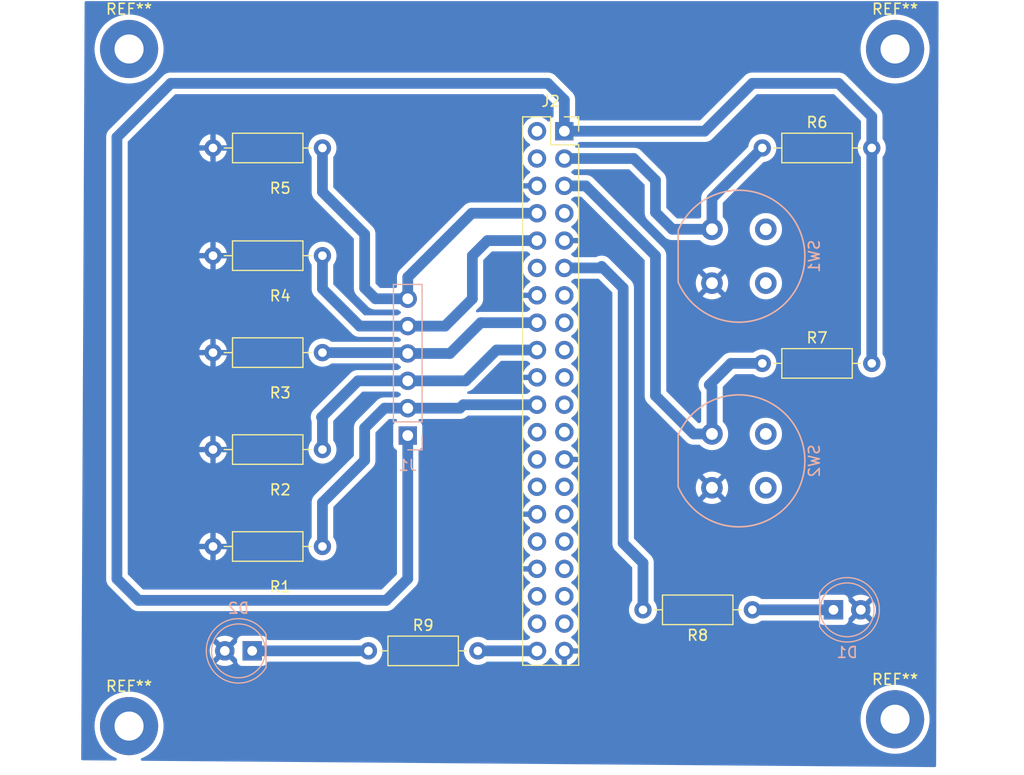
<source format=kicad_pcb>
(kicad_pcb (version 20240108) (generator "pcbnew") (generator_version "8.0")
  (layers (0 "F.Cu" signal) (31 "B.Cu" signal) (34 "B.Paste" user) (35 "F.Paste" user) (36 "B.SilkS" user "B.Silkscreen") (37 "F.SilkS" user "F.Silkscreen") (38 "B.Mask" user) (39 "F.Mask" user) (44 "Edge.Cuts" user))
  (net 0 "")
  (net 1 "Net-(D1-K)")
  (net 2 "Net-(D2-K)")
  (net 3 "Net-(J1-Pin_3)")
  (net 4 "Net-(J1-Pin_2)")
  (net 5 "Net-(J1-Pin_4)")
  (net 6 "Net-(J1-Pin_6)")
  (net 7 "Net-(J1-Pin_5)")
  (net 19 "/Jaune")
  (net 22 "/BLEU")
  (net 23 "/OFF")
  (net 31 "/ON")
  (net 36 "GND")
  (net 37 "+3.3V")
  (footprint "Resistor_THT:R_Axial_DIN0207_L6.3mm_D2.5mm_P10.16mm_Horizontal" (layer "F.Cu") (at 179.08 73 180)
    (property "Reference" "R4" (at 3.92 -3.74 180) (layer "F.SilkS"))
    (property "Value" "10k")
    (fp_line (start 9.12 0) (end 8.35 0) (stroke (width 0.12)) (layer "F.SilkS"))
    (fp_line (start 8.35 1.37) (end 8.35 -1.37) (stroke (width 0.12)) (layer "F.SilkS"))
    (fp_line (start 8.35 -1.37) (end 1.81 -1.37) (stroke (width 0.12)) (layer "F.SilkS"))
    (fp_line (start 1.81 1.37) (end 8.35 1.37) (stroke (width 0.12)) (layer "F.SilkS"))
    (fp_line (start 1.81 -1.37) (end 1.81 1.37) (stroke (width 0.12)) (layer "F.SilkS"))
    (fp_line (start 1.04 0) (end 1.81 0) (stroke (width 0.12)) (layer "F.SilkS"))
    (pad "1" thru_hole circle (at 0 0 180) (size 1.6 1.6) (drill 0.8) (layers "*.Cu" "*.Mask") (net 7 "Net-(J1-Pin_5)"))
    (pad "2" thru_hole oval (at 10.16 0 180) (size 1.6 1.6) (drill 0.8) (layers "*.Cu" "*.Mask") (net 36 "GND"))
  )
  (footprint "Resistor_THT:R_Axial_DIN0207_L6.3mm_D2.5mm_P10.16mm_Horizontal" (layer "F.Cu") (at 219 105.88 180)
    (property "Reference" "R8" (at 5.08 -2.37 180) (layer "F.SilkS"))
    (property "Value" "10k")
    (fp_line (start 9.12 0) (end 8.35 0) (stroke (width 0.12)) (layer "F.SilkS"))
    (fp_line (start 8.35 1.37) (end 8.35 -1.37) (stroke (width 0.12)) (layer "F.SilkS"))
    (fp_line (start 8.35 -1.37) (end 1.81 -1.37) (stroke (width 0.12)) (layer "F.SilkS"))
    (fp_line (start 1.81 1.37) (end 8.35 1.37) (stroke (width 0.12)) (layer "F.SilkS"))
    (fp_line (start 1.81 -1.37) (end 1.81 1.37) (stroke (width 0.12)) (layer "F.SilkS"))
    (fp_line (start 1.04 0) (end 1.81 0) (stroke (width 0.12)) (layer "F.SilkS"))
    (pad "1" thru_hole circle (at 0 0 180) (size 1.6 1.6) (drill 0.8) (layers "*.Cu" "*.Mask") (net 1 "Net-(D1-K)"))
    (pad "2" thru_hole oval (at 10.16 0 180) (size 1.6 1.6) (drill 0.8) (layers "*.Cu" "*.Mask") (net 19 "/Jaune"))
  )
  (footprint "MountingHole:MountingHole_2.7mm_M2.5_Pad" (layer "F.Cu") (at 232.245 53.81)
    (property "Reference" "REF**" (at 0 -3.7 0) (layer "F.SilkS"))
    (property "Value" "MountingHole_2.7mm_M2.5_Pad")
    (pad "1" thru_hole circle (at 0 0) (size 5.4 5.4) (drill 2.7) (layers "*.Cu" "*.Mask"))
  )
  (footprint "Resistor_THT:R_Axial_DIN0207_L6.3mm_D2.5mm_P10.16mm_Horizontal" (layer "F.Cu") (at 219.92 83)
    (property "Reference" "R7" (at 5.08 -2.37 360) (layer "F.SilkS"))
    (property "Value" "10k")
    (fp_line (start 1.04 0) (end 1.81 0) (stroke (width 0.12)) (layer "F.SilkS"))
    (fp_line (start 1.81 -1.37) (end 1.81 1.37) (stroke (width 0.12)) (layer "F.SilkS"))
    (fp_line (start 1.81 1.37) (end 8.35 1.37) (stroke (width 0.12)) (layer "F.SilkS"))
    (fp_line (start 8.35 -1.37) (end 1.81 -1.37) (stroke (width 0.12)) (layer "F.SilkS"))
    (fp_line (start 8.35 1.37) (end 8.35 -1.37) (stroke (width 0.12)) (layer "F.SilkS"))
    (fp_line (start 9.12 0) (end 8.35 0) (stroke (width 0.12)) (layer "F.SilkS"))
    (pad "1" thru_hole circle (at 0 0) (size 1.6 1.6) (drill 0.8) (layers "*.Cu" "*.Mask") (net 23 "/OFF"))
    (pad "2" thru_hole oval (at 10.16 0) (size 1.6 1.6) (drill 0.8) (layers "*.Cu" "*.Mask") (net 37 "+3.3V"))
  )
  (footprint "MountingHole:MountingHole_2.7mm_M2.5_Pad" (layer "F.Cu") (at 161.125 116.675)
    (property "Reference" "REF**" (at 0 -3.7 0) (layer "F.SilkS"))
    (property "Value" "MountingHole_2.7mm_M2.5_Pad")
    (pad "1" thru_hole circle (at 0 0) (size 5.4 5.4) (drill 2.7) (layers "*.Cu" "*.Mask"))
  )
  (footprint "Resistor_THT:R_Axial_DIN0207_L6.3mm_D2.5mm_P10.16mm_Horizontal" (layer "F.Cu") (at 179.08 63 180)
    (property "Reference" "R5" (at 3.92 -3.74 180) (layer "F.SilkS"))
    (property "Value" "10k")
    (fp_line (start 9.12 0) (end 8.35 0) (stroke (width 0.12)) (layer "F.SilkS"))
    (fp_line (start 8.35 1.37) (end 8.35 -1.37) (stroke (width 0.12)) (layer "F.SilkS"))
    (fp_line (start 8.35 -1.37) (end 1.81 -1.37) (stroke (width 0.12)) (layer "F.SilkS"))
    (fp_line (start 1.81 1.37) (end 8.35 1.37) (stroke (width 0.12)) (layer "F.SilkS"))
    (fp_line (start 1.81 -1.37) (end 1.81 1.37) (stroke (width 0.12)) (layer "F.SilkS"))
    (fp_line (start 1.04 0) (end 1.81 0) (stroke (width 0.12)) (layer "F.SilkS"))
    (pad "1" thru_hole circle (at 0 0 180) (size 1.6 1.6) (drill 0.8) (layers "*.Cu" "*.Mask") (net 6 "Net-(J1-Pin_6)"))
    (pad "2" thru_hole oval (at 10.16 0 180) (size 1.6 1.6) (drill 0.8) (layers "*.Cu" "*.Mask") (net 36 "GND"))
  )
  (footprint "Resistor_THT:R_Axial_DIN0207_L6.3mm_D2.5mm_P10.16mm_Horizontal" (layer "F.Cu") (at 179.08 100 180)
    (property "Reference" "R1" (at 3.92 -3.74 180) (layer "F.SilkS"))
    (property "Value" "10k")
    (fp_line (start 9.12 0) (end 8.35 0) (stroke (width 0.12)) (layer "F.SilkS"))
    (fp_line (start 8.35 1.37) (end 8.35 -1.37) (stroke (width 0.12)) (layer "F.SilkS"))
    (fp_line (start 8.35 -1.37) (end 1.81 -1.37) (stroke (width 0.12)) (layer "F.SilkS"))
    (fp_line (start 1.81 1.37) (end 8.35 1.37) (stroke (width 0.12)) (layer "F.SilkS"))
    (fp_line (start 1.81 -1.37) (end 1.81 1.37) (stroke (width 0.12)) (layer "F.SilkS"))
    (fp_line (start 1.04 0) (end 1.81 0) (stroke (width 0.12)) (layer "F.SilkS"))
    (pad "1" thru_hole circle (at 0 0 180) (size 1.6 1.6) (drill 0.8) (layers "*.Cu" "*.Mask") (net 4 "Net-(J1-Pin_2)"))
    (pad "2" thru_hole oval (at 10.16 0 180) (size 1.6 1.6) (drill 0.8) (layers "*.Cu" "*.Mask") (net 36 "GND"))
  )
  (footprint "Resistor_THT:R_Axial_DIN0207_L6.3mm_D2.5mm_P10.16mm_Horizontal" (layer "F.Cu") (at 219.92 63)
    (property "Reference" "R6" (at 5.08 -2.37 360) (layer "F.SilkS"))
    (property "Value" "10k")
    (fp_line (start 1.04 0) (end 1.81 0) (stroke (width 0.12)) (layer "F.SilkS"))
    (fp_line (start 1.81 -1.37) (end 1.81 1.37) (stroke (width 0.12)) (layer "F.SilkS"))
    (fp_line (start 1.81 1.37) (end 8.35 1.37) (stroke (width 0.12)) (layer "F.SilkS"))
    (fp_line (start 8.35 -1.37) (end 1.81 -1.37) (stroke (width 0.12)) (layer "F.SilkS"))
    (fp_line (start 8.35 1.37) (end 8.35 -1.37) (stroke (width 0.12)) (layer "F.SilkS"))
    (fp_line (start 9.12 0) (end 8.35 0) (stroke (width 0.12)) (layer "F.SilkS"))
    (pad "1" thru_hole circle (at 0 0) (size 1.6 1.6) (drill 0.8) (layers "*.Cu" "*.Mask") (net 31 "/ON"))
    (pad "2" thru_hole oval (at 10.16 0) (size 1.6 1.6) (drill 0.8) (layers "*.Cu" "*.Mask") (net 37 "+3.3V"))
  )
  (footprint "Resistor_THT:R_Axial_DIN0207_L6.3mm_D2.5mm_P10.16mm_Horizontal" (layer "F.Cu") (at 179.08 91 180)
    (property "Reference" "R2" (at 3.92 -3.74 180) (layer "F.SilkS"))
    (property "Value" "10k")
    (fp_line (start 9.12 0) (end 8.35 0) (stroke (width 0.12)) (layer "F.SilkS"))
    (fp_line (start 8.35 1.37) (end 8.35 -1.37) (stroke (width 0.12)) (layer "F.SilkS"))
    (fp_line (start 8.35 -1.37) (end 1.81 -1.37) (stroke (width 0.12)) (layer "F.SilkS"))
    (fp_line (start 1.81 1.37) (end 8.35 1.37) (stroke (width 0.12)) (layer "F.SilkS"))
    (fp_line (start 1.81 -1.37) (end 1.81 1.37) (stroke (width 0.12)) (layer "F.SilkS"))
    (fp_line (start 1.04 0) (end 1.81 0) (stroke (width 0.12)) (layer "F.SilkS"))
    (pad "1" thru_hole circle (at 0 0 180) (size 1.6 1.6) (drill 0.8) (layers "*.Cu" "*.Mask") (net 3 "Net-(J1-Pin_3)"))
    (pad "2" thru_hole oval (at 10.16 0 180) (size 1.6 1.6) (drill 0.8) (layers "*.Cu" "*.Mask") (net 36 "GND"))
  )
  (footprint "Resistor_THT:R_Axial_DIN0207_L6.3mm_D2.5mm_P10.16mm_Horizontal" (layer "F.Cu") (at 179.08 82 180)
    (property "Reference" "R3" (at 3.92 -3.74 180) (layer "F.SilkS"))
    (property "Value" "10k")
    (fp_line (start 9.12 0) (end 8.35 0) (stroke (width 0.12)) (layer "F.SilkS"))
    (fp_line (start 8.35 1.37) (end 8.35 -1.37) (stroke (width 0.12)) (layer "F.SilkS"))
    (fp_line (start 8.35 -1.37) (end 1.81 -1.37) (stroke (width 0.12)) (layer "F.SilkS"))
    (fp_line (start 1.81 1.37) (end 8.35 1.37) (stroke (width 0.12)) (layer "F.SilkS"))
    (fp_line (start 1.81 -1.37) (end 1.81 1.37) (stroke (width 0.12)) (layer "F.SilkS"))
    (fp_line (start 1.04 0) (end 1.81 0) (stroke (width 0.12)) (layer "F.SilkS"))
    (pad "1" thru_hole circle (at 0 0 180) (size 1.6 1.6) (drill 0.8) (layers "*.Cu" "*.Mask") (net 5 "Net-(J1-Pin_4)"))
    (pad "2" thru_hole oval (at 10.16 0 180) (size 1.6 1.6) (drill 0.8) (layers "*.Cu" "*.Mask") (net 36 "GND"))
  )
  (footprint "MountingHole:MountingHole_2.7mm_M2.5_Pad" (layer "F.Cu") (at 161.125 53.81)
    (property "Reference" "REF**" (at 0 -3.7 0) (layer "F.SilkS"))
    (property "Value" "MountingHole_2.7mm_M2.5_Pad")
    (pad "1" thru_hole circle (at 0 0) (size 5.4 5.4) (drill 2.7) (layers "*.Cu" "*.Mask"))
  )
  (footprint "Connector_PinSocket_2.54mm:PinSocket_2x20_P2.54mm_Vertical" (layer "F.Cu") (at 201.54 61.44)
    (property "Reference" "J2" (at -1.27 -2.77 0) (layer "F.SilkS"))
    (property "Value" "Conn_02x20_Odd_Even")
    (fp_line (start -3.87 -1.33) (end -3.87 49.59) (stroke (width 0.12)) (layer "F.SilkS"))
    (fp_line (start -3.87 -1.33) (end -1.27 -1.33) (stroke (width 0.12)) (layer "F.SilkS"))
    (fp_line (start -3.87 49.59) (end 1.33 49.59) (stroke (width 0.12)) (layer "F.SilkS"))
    (fp_line (start -1.27 -1.33) (end -1.27 1.27) (stroke (width 0.12)) (layer "F.SilkS"))
    (fp_line (start -1.27 1.27) (end 1.33 1.27) (stroke (width 0.12)) (layer "F.SilkS"))
    (fp_line (start 0 -1.33) (end 1.33 -1.33) (stroke (width 0.12)) (layer "F.SilkS"))
    (fp_line (start 1.33 -1.33) (end 1.33 0) (stroke (width 0.12)) (layer "F.SilkS"))
    (fp_line (start 1.33 1.27) (end 1.33 49.59) (stroke (width 0.12)) (layer "F.SilkS"))
    (pad "1" thru_hole rect (at 0 0) (size 1.7 1.7) (drill 1) (layers "*.Cu" "*.Mask") (net 37 "+3.3V"))
    (pad "2" thru_hole oval (at -2.54 0) (size 1.7 1.7) (drill 1) (layers "*.Cu" "*.Mask"))
    (pad "3" thru_hole oval (at 0 2.54) (size 1.7 1.7) (drill 1) (layers "*.Cu" "*.Mask") (net 31 "/ON"))
    (pad "4" thru_hole oval (at -2.54 2.54) (size 1.7 1.7) (drill 1) (layers "*.Cu" "*.Mask"))
    (pad "5" thru_hole oval (at 0 5.08) (size 1.7 1.7) (drill 1) (layers "*.Cu" "*.Mask") (net 23 "/OFF"))
    (pad "6" thru_hole oval (at -2.54 5.08) (size 1.7 1.7) (drill 1) (layers "*.Cu" "*.Mask") (net 36 "GND"))
    (pad "7" thru_hole oval (at 0 7.62) (size 1.7 1.7) (drill 1) (layers "*.Cu" "*.Mask"))
    (pad "8" thru_hole oval (at -2.54 7.62) (size 1.7 1.7) (drill 1) (layers "*.Cu" "*.Mask") (net 6 "Net-(J1-Pin_6)"))
    (pad "9" thru_hole oval (at 0 10.16) (size 1.7 1.7) (drill 1) (layers "*.Cu" "*.Mask") (net 36 "GND"))
    (pad "10" thru_hole oval (at -2.54 10.16) (size 1.7 1.7) (drill 1) (layers "*.Cu" "*.Mask") (net 7 "Net-(J1-Pin_5)"))
    (pad "11" thru_hole oval (at 0 12.7) (size 1.7 1.7) (drill 1) (layers "*.Cu" "*.Mask") (net 19 "/Jaune"))
    (pad "12" thru_hole oval (at -2.54 12.7) (size 1.7 1.7) (drill 1) (layers "*.Cu" "*.Mask"))
    (pad "13" thru_hole oval (at 0 15.24) (size 1.7 1.7) (drill 1) (layers "*.Cu" "*.Mask"))
    (pad "14" thru_hole oval (at -2.54 15.24) (size 1.7 1.7) (drill 1) (layers "*.Cu" "*.Mask") (net 36 "GND"))
    (pad "15" thru_hole oval (at 0 17.78) (size 1.7 1.7) (drill 1) (layers "*.Cu" "*.Mask"))
    (pad "16" thru_hole oval (at -2.54 17.78) (size 1.7 1.7) (drill 1) (layers "*.Cu" "*.Mask") (net 5 "Net-(J1-Pin_4)"))
    (pad "17" thru_hole oval (at 0 20.32) (size 1.7 1.7) (drill 1) (layers "*.Cu" "*.Mask"))
    (pad "18" thru_hole oval (at -2.54 20.32) (size 1.7 1.7) (drill 1) (layers "*.Cu" "*.Mask") (net 3 "Net-(J1-Pin_3)"))
    (pad "19" thru_hole oval (at 0 22.86) (size 1.7 1.7) (drill 1) (layers "*.Cu" "*.Mask"))
    (pad "20" thru_hole oval (at -2.54 22.86) (size 1.7 1.7) (drill 1) (layers "*.Cu" "*.Mask") (net 36 "GND"))
    (pad "21" thru_hole oval (at 0 25.4) (size 1.7 1.7) (drill 1) (layers "*.Cu" "*.Mask"))
    (pad "22" thru_hole oval (at -2.54 25.4) (size 1.7 1.7) (drill 1) (layers "*.Cu" "*.Mask") (net 4 "Net-(J1-Pin_2)"))
    (pad "23" thru_hole oval (at 0 27.94) (size 1.7 1.7) (drill 1) (layers "*.Cu" "*.Mask"))
    (pad "24" thru_hole oval (at -2.54 27.94) (size 1.7 1.7) (drill 1) (layers "*.Cu" "*.Mask"))
    (pad "25" thru_hole oval (at 0 30.48) (size 1.7 1.7) (drill 1) (layers "*.Cu" "*.Mask") (net 36 "GND"))
    (pad "26" thru_hole oval (at -2.54 30.48) (size 1.7 1.7) (drill 1) (layers "*.Cu" "*.Mask"))
    (pad "27" thru_hole oval (at 0 33.02) (size 1.7 1.7) (drill 1) (layers "*.Cu" "*.Mask"))
    (pad "28" thru_hole oval (at -2.54 33.02) (size 1.7 1.7) (drill 1) (layers "*.Cu" "*.Mask"))
    (pad "29" thru_hole oval (at 0 35.56) (size 1.7 1.7) (drill 1) (layers "*.Cu" "*.Mask"))
    (pad "30" thru_hole oval (at -2.54 35.56) (size 1.7 1.7) (drill 1) (layers "*.Cu" "*.Mask") (net 36 "GND"))
    (pad "31" thru_hole oval (at 0 38.1) (size 1.7 1.7) (drill 1) (layers "*.Cu" "*.Mask"))
    (pad "32" thru_hole oval (at -2.54 38.1) (size 1.7 1.7) (drill 1) (layers "*.Cu" "*.Mask"))
    (pad "33" thru_hole oval (at 0 40.64) (size 1.7 1.7) (drill 1) (layers "*.Cu" "*.Mask"))
    (pad "34" thru_hole oval (at -2.54 40.64) (size 1.7 1.7) (drill 1) (layers "*.Cu" "*.Mask") (net 36 "GND"))
    (pad "35" thru_hole oval (at 0 43.18) (size 1.7 1.7) (drill 1) (layers "*.Cu" "*.Mask"))
    (pad "36" thru_hole oval (at -2.54 43.18) (size 1.7 1.7) (drill 1) (layers "*.Cu" "*.Mask"))
    (pad "37" thru_hole oval (at 0 45.72) (size 1.7 1.7) (drill 1) (layers "*.Cu" "*.Mask"))
    (pad "38" thru_hole oval (at -2.54 45.72) (size 1.7 1.7) (drill 1) (layers "*.Cu" "*.Mask"))
    (pad "39" thru_hole oval (at 0 48.26) (size 1.7 1.7) (drill 1) (layers "*.Cu" "*.Mask") (net 36 "GND"))
    (pad "40" thru_hole oval (at -2.54 48.26) (size 1.7 1.7) (drill 1) (layers "*.Cu" "*.Mask") (net 22 "/BLEU"))
  )
  (footprint "Resistor_THT:R_Axial_DIN0207_L6.3mm_D2.5mm_P10.16mm_Horizontal" (layer "F.Cu") (at 183.35 109.69)
    (property "Reference" "R9" (at 5.08 -2.37 360) (layer "F.SilkS"))
    (property "Value" "10k")
    (fp_line (start 1.04 0) (end 1.81 0) (stroke (width 0.12)) (layer "F.SilkS"))
    (fp_line (start 1.81 -1.37) (end 1.81 1.37) (stroke (width 0.12)) (layer "F.SilkS"))
    (fp_line (start 1.81 1.37) (end 8.35 1.37) (stroke (width 0.12)) (layer "F.SilkS"))
    (fp_line (start 8.35 -1.37) (end 1.81 -1.37) (stroke (width 0.12)) (layer "F.SilkS"))
    (fp_line (start 8.35 1.37) (end 8.35 -1.37) (stroke (width 0.12)) (layer "F.SilkS"))
    (fp_line (start 9.12 0) (end 8.35 0) (stroke (width 0.12)) (layer "F.SilkS"))
    (pad "1" thru_hole circle (at 0 0) (size 1.6 1.6) (drill 0.8) (layers "*.Cu" "*.Mask") (net 2 "Net-(D2-K)"))
    (pad "2" thru_hole oval (at 10.16 0) (size 1.6 1.6) (drill 0.8) (layers "*.Cu" "*.Mask") (net 22 "/BLEU"))
  )
  (footprint "MountingHole:MountingHole_2.7mm_M2.5_Pad" (layer "F.Cu") (at 232.245 116.04)
    (property "Reference" "REF**" (at 0 -3.7 0) (layer "F.SilkS"))
    (property "Value" "MountingHole_2.7mm_M2.5_Pad")
    (pad "1" thru_hole circle (at 0 0) (size 5.4 5.4) (drill 2.7) (layers "*.Cu" "*.Mask"))
  )
  (footprint "LED_THT:LED_D5.0mm" (layer "B.Cu") (at 226.525 105.88)
    (property "Reference" "D1" (at 1.27 3.96 360) (layer "B.SilkS") (effects (justify mirror)))
    (property "Value" "LED")
    (fp_line (start -1.29 -1.545) (end -1.29 1.545) (stroke (width 0.12)) (layer "B.SilkS"))
    (fp_arc (start -1.29 -1.54483) (mid 2.072002 -2.880433) (end 4.26 0.000462) (stroke (width 0.12)) (layer "B.SilkS"))
    (fp_arc (start 4.26 -0.000462) (mid 2.072002 2.880433) (end -1.29 1.54483) (stroke (width 0.12)) (layer "B.SilkS"))
    (fp_circle (center 1.27 0) (end 3.77 0) (stroke (width 0.12)) (fill none) (layer "B.SilkS"))
    (pad "1" thru_hole rect (at 0 0) (size 1.8 1.8) (drill 0.9) (layers "*.Cu" "*.Mask") (net 1 "Net-(D1-K)"))
    (pad "2" thru_hole circle (at 2.54 0) (size 1.8 1.8) (drill 0.9) (layers "*.Cu" "*.Mask") (net 36 "GND"))
  )
  (footprint "Button_Switch_THT:Push_E-Switch_KS01Q01" (layer "B.Cu") (at 220.243743 75.55 90)
    (property "Reference" "SW1" (at 2.5 4.5 270) (layer "B.SilkS") (effects (justify mirror)))
    (property "Value" "SW_Push_Dual")
    (fp_line (start 0.11 -8.14) (end 4.89 -8.14) (stroke (width 0.15)) (layer "B.SilkS"))
    (fp_arc (start 4.896843 -8.137095) (mid 2.496283 3.625494) (end 0.11 -8.14) (stroke (width 0.15)) (layer "B.SilkS"))
    (pad "1" thru_hole circle (at 0 0 90) (size 2 2) (drill 1.1) (layers "*.Cu" "*.Mask"))
    (pad "2" thru_hole circle (at 5 0 90) (size 2 2) (drill 1.1) (layers "*.Cu" "*.Mask"))
    (pad "3" thru_hole circle (at 0 -5 90) (size 2 2) (drill 1.1) (layers "*.Cu" "*.Mask") (net 36 "GND"))
    (pad "4" thru_hole circle (at 5 -5 90) (size 2 2) (drill 1.1) (layers "*.Cu" "*.Mask") (net 31 "/ON"))
  )
  (footprint "Connector_PinSocket_2.54mm:PinSocket_1x06_P2.54mm_Vertical" (layer "B.Cu") (at 187 89.7)
    (property "Reference" "J1" (at 0 2.77 360) (layer "B.SilkS") (effects (justify mirror)))
    (property "Value" "Conn_01x06_Pin")
    (fp_line (start -1.33 -14.03) (end -1.33 -1.27) (stroke (width 0.12)) (layer "B.SilkS"))
    (fp_line (start 1.33 -14.03) (end -1.33 -14.03) (stroke (width 0.12)) (layer "B.SilkS"))
    (fp_line (start 1.33 -14.03) (end 1.33 -1.27) (stroke (width 0.12)) (layer "B.SilkS"))
    (fp_line (start 1.33 -1.27) (end -1.33 -1.27) (stroke (width 0.12)) (layer "B.SilkS"))
    (fp_line (start 1.33 0) (end 1.33 1.33) (stroke (width 0.12)) (layer "B.SilkS"))
    (fp_line (start 1.33 1.33) (end 0 1.33) (stroke (width 0.12)) (layer "B.SilkS"))
    (pad "1" thru_hole rect (at 0 0) (size 1.7 1.7) (drill 1) (layers "*.Cu" "*.Mask") (net 37 "+3.3V"))
    (pad "2" thru_hole oval (at 0 -2.54) (size 1.7 1.7) (drill 1) (layers "*.Cu" "*.Mask") (net 4 "Net-(J1-Pin_2)"))
    (pad "3" thru_hole oval (at 0 -5.08) (size 1.7 1.7) (drill 1) (layers "*.Cu" "*.Mask") (net 3 "Net-(J1-Pin_3)"))
    (pad "4" thru_hole oval (at 0 -7.62) (size 1.7 1.7) (drill 1) (layers "*.Cu" "*.Mask") (net 5 "Net-(J1-Pin_4)"))
    (pad "5" thru_hole oval (at 0 -10.16) (size 1.7 1.7) (drill 1) (layers "*.Cu" "*.Mask") (net 7 "Net-(J1-Pin_5)"))
    (pad "6" thru_hole oval (at 0 -12.7) (size 1.7 1.7) (drill 1) (layers "*.Cu" "*.Mask") (net 6 "Net-(J1-Pin_6)"))
  )
  (footprint "LED_THT:LED_D5.0mm" (layer "B.Cu") (at 172.555 109.69 180)
    (property "Reference" "D2" (at 1.27 3.96 180) (layer "B.SilkS") (effects (justify mirror)))
    (property "Value" "LED")
    (fp_line (start -1.29 -1.545) (end -1.29 1.545) (stroke (width 0.12)) (layer "B.SilkS"))
    (fp_arc (start 4.26 -0.000462) (mid 2.072002 2.880433) (end -1.29 1.54483) (stroke (width 0.12)) (layer "B.SilkS"))
    (fp_arc (start -1.29 -1.54483) (mid 2.072002 -2.880433) (end 4.26 0.000462) (stroke (width 0.12)) (layer "B.SilkS"))
    (fp_circle (center 1.27 0) (end 3.77 0) (stroke (width 0.12)) (fill none) (layer "B.SilkS"))
    (pad "1" thru_hole rect (at 0 0 180) (size 1.8 1.8) (drill 0.9) (layers "*.Cu" "*.Mask") (net 2 "Net-(D2-K)"))
    (pad "2" thru_hole circle (at 2.54 0 180) (size 1.8 1.8) (drill 0.9) (layers "*.Cu" "*.Mask") (net 36 "GND"))
  )
  (footprint "Button_Switch_THT:Push_E-Switch_KS01Q01" (layer "B.Cu") (at 220.243743 94.55 90)
    (property "Reference" "SW2" (at 2.5 4.5 270) (layer "B.SilkS") (effects (justify mirror)))
    (property "Value" "SW_Push_Dual")
    (fp_line (start 0.11 -8.14) (end 4.89 -8.14) (stroke (width 0.15)) (layer "B.SilkS"))
    (fp_arc (start 4.896843 -8.137095) (mid 2.496283 3.625494) (end 0.11 -8.14) (stroke (width 0.15)) (layer "B.SilkS"))
    (pad "1" thru_hole circle (at 0 0 90) (size 2 2) (drill 1.1) (layers "*.Cu" "*.Mask"))
    (pad "2" thru_hole circle (at 5 0 90) (size 2 2) (drill 1.1) (layers "*.Cu" "*.Mask"))
    (pad "3" thru_hole circle (at 0 -5 90) (size 2 2) (drill 1.1) (layers "*.Cu" "*.Mask") (net 36 "GND"))
    (pad "4" thru_hole circle (at 5 -5 90) (size 2 2) (drill 1.1) (layers "*.Cu" "*.Mask") (net 23 "/OFF"))
  )
  (segment (start 219 105.88) (end 226.525 105.88) (width 1) (layer "B.Cu") (net 1))
  (segment (start 172.555 109.69) (end 183.35 109.69) (width 1) (layer "B.Cu") (net 2))
  (segment (start 192.38 84.62) (end 195.24 81.76) (width 1) (layer "B.Cu") (net 3))
  (segment (start 187 84.62) (end 192.38 84.62) (width 1) (layer "B.Cu") (net 3))
  (segment (start 182.38 84.62) (end 187 84.62) (width 1) (layer "B.Cu") (net 3))
  (segment (start 179.08 91) (end 179.08 88.08) (width 1) (layer "B.Cu") (net 3))
  (segment (start 195.24 81.76) (end 199 81.76) (width 1) (layer "B.Cu") (net 3))
  (segment (start 179 88) (end 182.38 84.62) (width 1) (layer "B.Cu") (net 3))
  (segment (start 179.08 88.08) (end 179 88) (width 1) (layer "B.Cu") (net 3))
  (segment (start 183 92) (end 183 89) (width 1) (layer "B.Cu") (net 4))
  (segment (start 179.08 95.92) (end 183 92) (width 1) (layer "B.Cu") (net 4))
  (segment (start 183 89) (end 184.84 87.16) (width 1) (layer "B.Cu") (net 4))
  (segment (start 192.16 86.84) (end 199 86.84) (width 1) (layer "B.Cu") (net 4))
  (segment (start 191.84 87.16) (end 192.16 86.84) (width 1) (layer "B.Cu") (net 4))
  (segment (start 187 87.16) (end 191.84 87.16) (width 1) (layer "B.Cu") (net 4))
  (segment (start 179.08 100) (end 179.08 95.92) (width 1) (layer "B.Cu") (net 4))
  (segment (start 184.84 87.16) (end 187 87.16) (width 1) (layer "B.Cu") (net 4))
  (segment (start 187 82.08) (end 190.92 82.08) (width 1) (layer "B.Cu") (net 5))
  (segment (start 186.92 82) (end 187 82.08) (width 1) (layer "B.Cu") (net 5))
  (segment (start 179.08 82) (end 186.92 82) (width 1) (layer "B.Cu") (net 5))
  (segment (start 193.78 79.22) (end 199 79.22) (width 1) (layer "B.Cu") (net 5))
  (segment (start 190.92 82.08) (end 193.78 79.22) (width 1) (layer "B.Cu") (net 5))
  (segment (start 183 76) (end 184 77) (width 1) (layer "B.Cu") (net 6))
  (segment (start 184 77) (end 187 77) (width 1) (layer "B.Cu") (net 6))
  (segment (start 187 77) (end 187 75) (width 1) (layer "B.Cu") (net 6))
  (segment (start 192.94 69.06) (end 187 75) (width 1) (layer "B.Cu") (net 6))
  (segment (start 179.08 67.08) (end 183 71) (width 1) (layer "B.Cu") (net 6))
  (segment (start 179.08 63) (end 179.08 67.08) (width 1) (layer "B.Cu") (net 6))
  (segment (start 183 71) (end 183 76) (width 1) (layer "B.Cu") (net 6))
  (segment (start 199 69.06) (end 192.94 69.06) (width 1) (layer "B.Cu") (net 6))
  (segment (start 182.54 79.54) (end 187 79.54) (width 1) (layer "B.Cu") (net 7))
  (segment (start 187 79.54) (end 190.46 79.54) (width 1) (layer "B.Cu") (net 7))
  (segment (start 179.08 76.08) (end 182.54 79.54) (width 1) (layer "B.Cu") (net 7))
  (segment (start 190.46 79.54) (end 193 77) (width 1) (layer "B.Cu") (net 7))
  (segment (start 194.4 71.6) (end 199 71.6) (width 1) (layer "B.Cu") (net 7))
  (segment (start 193 77) (end 193 73) (width 1) (layer "B.Cu") (net 7))
  (segment (start 193 73) (end 194.4 71.6) (width 1) (layer "B.Cu") (net 7))
  (segment (start 179.08 73) (end 179.08 76.08) (width 1) (layer "B.Cu") (net 7))
  (segment (start 207 99.685) (end 208.84 101.525) (width 1) (layer "B.Cu") (net 19))
  (segment (start 201.54 74.14) (end 204.86 74.14) (width 1) (layer "B.Cu") (net 19))
  (segment (start 207 76) (end 207 99.685) (width 1) (layer "B.Cu") (net 19))
  (segment (start 208.84 101.525) (end 208.84 105.88) (width 1) (layer "B.Cu") (net 19))
  (segment (start 204.86 74.14) (end 205 74) (width 1) (layer "B.Cu") (net 19))
  (segment (start 205 74) (end 207 76) (width 1) (layer "B.Cu") (net 19))
  (segment (start 193.51 109.69) (end 198.99 109.69) (width 1) (layer "B.Cu") (net 22))
  (segment (start 198.99 109.69) (end 199 109.7) (width 1) (layer "B.Cu") (net 22))
  (segment (start 201.54 66.52) (end 203.52 66.52) (width 1) (layer "B.Cu") (net 23))
  (segment (start 219.92 83) (end 217 83) (width 1) (layer "B.Cu") (net 23))
  (segment (start 217 83) (end 215 85) (width 1) (layer "B.Cu") (net 23))
  (segment (start 215 85) (end 215.243743 85.243743) (width 1) (layer "B.Cu") (net 23))
  (segment (start 213.55 89.55) (end 215.243743 89.55) (width 1) (layer "B.Cu") (net 23))
  (segment (start 210 86) (end 213.55 89.55) (width 1) (layer "B.Cu") (net 23))
  (segment (start 215.243743 85.243743) (end 215.243743 89.55) (width 1) (layer "B.Cu") (net 23))
  (segment (start 203.52 66.52) (end 210 73) (width 1) (layer "B.Cu") (net 23))
  (segment (start 210 73) (end 210 86) (width 1) (layer "B.Cu") (net 23))
  (segment (start 211.57 70.55) (end 215.243743 70.55) (width 1) (layer "B.Cu") (net 31))
  (segment (start 207.98 63.98) (end 210 66) (width 1) (layer "B.Cu") (net 31))
  (segment (start 201.54 63.98) (end 207.98 63.98) (width 1) (layer "B.Cu") (net 31))
  (segment (start 215.243743 67.676257) (end 219.92 63) (width 1) (layer "B.Cu") (net 31))
  (segment (start 215.243743 70.55) (end 215.243743 67.676257) (width 1) (layer "B.Cu") (net 31))
  (segment (start 210 66) (end 210 68.98) (width 1) (layer "B.Cu") (net 31))
  (segment (start 210 68.98) (end 211.57 70.55) (width 1) (layer "B.Cu") (net 31))
  (segment (start 230.08 63) (end 230.08 60.08) (width 1) (layer "B.Cu") (net 37))
  (segment (start 185 105) (end 187 103) (width 1) (layer "B.Cu") (net 37))
  (segment (start 230.08 60.08) (end 227 57) (width 1) (layer "B.Cu") (net 37))
  (segment (start 214.56 61.44) (end 219 57) (width 1) (layer "B.Cu") (net 37))
  (segment (start 201.54 61.44) (end 201.54 58.54) (width 1) (layer "B.Cu") (net 37))
  (segment (start 162 105) (end 185 105) (width 1) (layer "B.Cu") (net 37))
  (segment (start 230.08 63) (end 230.08 83) (width 1) (layer "B.Cu") (net 37))
  (segment (start 201.54 61.44) (end 214.56 61.44) (width 1) (layer "B.Cu") (net 37))
  (segment (start 200 57) (end 165 57) (width 1) (layer "B.Cu") (net 37))
  (segment (start 165 57) (end 160 62) (width 1) (layer "B.Cu") (net 37))
  (segment (start 160 103) (end 162 105) (width 1) (layer "B.Cu") (net 37))
  (segment (start 187 103) (end 187 89.7) (width 1) (layer "B.Cu") (net 37))
  (segment (start 227 57) (end 219 57) (width 1) (layer "B.Cu") (net 37))
  (segment (start 160 62) (end 160 103) (width 1) (layer "B.Cu") (net 37))
  (segment (start 201.54 58.54) (end 200 57) (width 1) (layer "B.Cu") (net 37))
  (zone (net 36) (net_name "GND") (layer "B.Cu") (connect_pads (clearance 0.5)) (min_thickness 0.25) (fill yes (thermal_gap 0.5) (thermal_bridge_width 0.5))
    (polygon (pts (xy 236.285 49.365) (xy 157 49.365) (xy 156.68 119.85) (xy 236.055 120.485)))
  )
)
</source>
